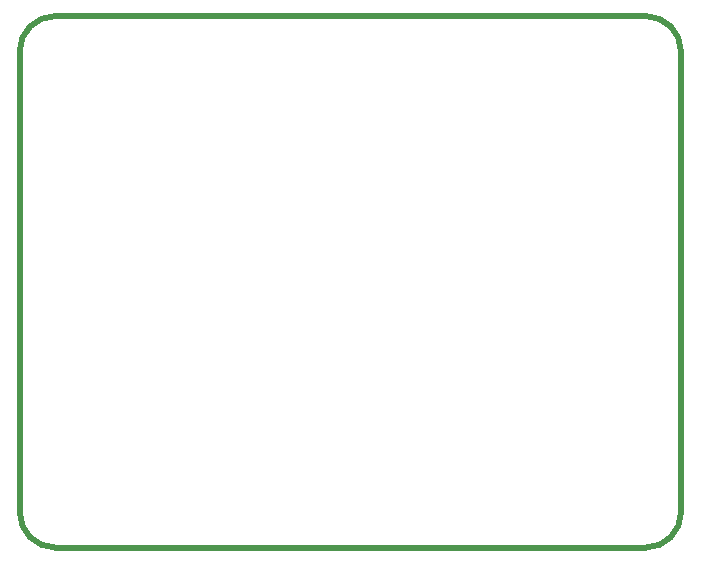
<source format=gbr>
%TF.GenerationSoftware,KiCad,Pcbnew,8.0.5*%
%TF.CreationDate,2024-10-15T13:47:11-04:00*%
%TF.ProjectId,first_pcb_ever,66697273-745f-4706-9362-5f657665722e,rev?*%
%TF.SameCoordinates,Original*%
%TF.FileFunction,Profile,NP*%
%FSLAX46Y46*%
G04 Gerber Fmt 4.6, Leading zero omitted, Abs format (unit mm)*
G04 Created by KiCad (PCBNEW 8.0.5) date 2024-10-15 13:47:11*
%MOMM*%
%LPD*%
G01*
G04 APERTURE LIST*
%TA.AperFunction,Profile*%
%ADD10C,0.500000*%
%TD*%
G04 APERTURE END LIST*
D10*
X93000000Y-110000000D02*
G75*
G02*
X90000000Y-107000000I0J3000000D01*
G01*
X146000000Y-107000000D02*
G75*
G02*
X143000000Y-110000000I-3000000J0D01*
G01*
X90000000Y-68000000D02*
G75*
G02*
X93000000Y-65000000I3000000J0D01*
G01*
X143000000Y-65000000D02*
G75*
G02*
X146000000Y-68000000I0J-3000000D01*
G01*
X90000000Y-107000000D02*
X90000000Y-68000000D01*
X146000000Y-68000000D02*
X146000000Y-107000000D01*
X143000000Y-110000000D02*
X93000000Y-110000000D01*
X93000000Y-65000000D02*
X143000000Y-65000000D01*
M02*

</source>
